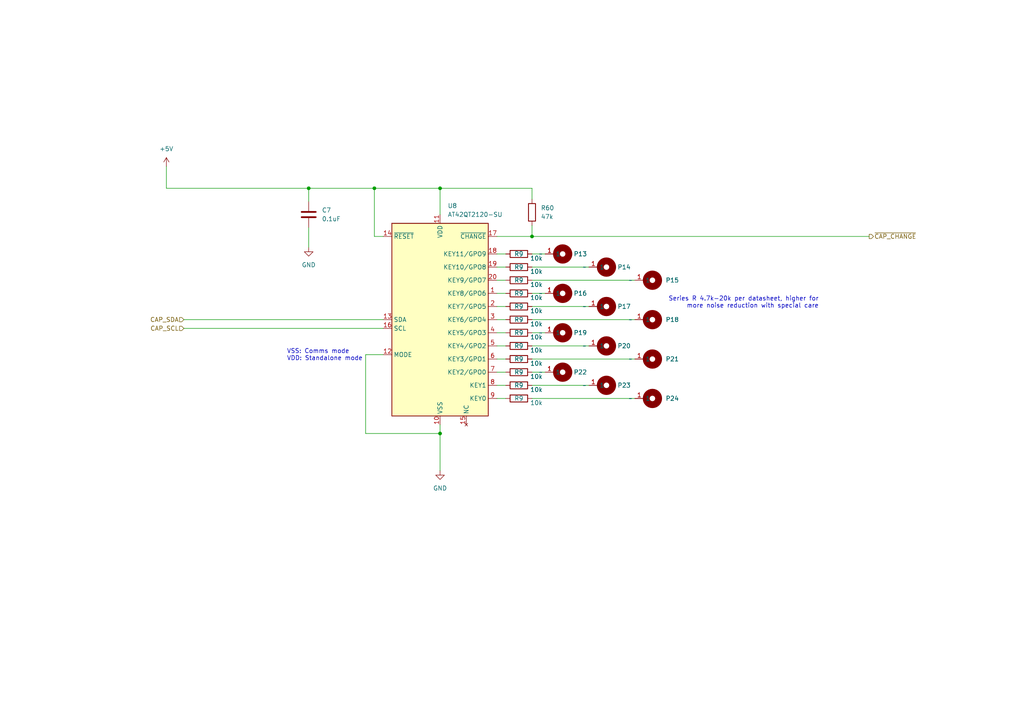
<source format=kicad_sch>
(kicad_sch (version 20230121) (generator eeschema)
  (paper "A4")
  (lib_symbols
    (symbol "Device:C" (pin_numbers hide) (pin_names (offset 0.254))
      (property "Reference" "C" (at 0.635 2.54 0))
      (property "Value" "C" (at 0.635 -2.54 0))
      (symbol "C_0_1"
        (polyline (pts (xy -2.032 -0.762) (xy 2.032 -0.762)) (stroke (width 0.508)))
        (polyline (pts (xy -2.032 0.762) (xy 2.032 0.762)) (stroke (width 0.508)))
      )
      (symbol "C_1_1"
        (pin passive line (at 0 3.81 270) (length 2.794) (name "~") (number "1"))
        (pin passive line (at 0 -3.81 90) (length 2.794) (name "~") (number "2"))
      )
    )
    (symbol "Device:R" (pin_numbers hide) (pin_names (offset 0))
      (property "Reference" "R" (at 2.032 0 90))
      (property "Value" "R" (at 0 0 90))
      (symbol "R_0_1"
        (rectangle (start -1.016 -2.54) (end 1.016 2.54) (stroke (width 0.254)))
      )
      (symbol "R_1_1"
        (pin passive line (at 0 3.81 270) (length 1.27) (name "~") (number "1"))
        (pin passive line (at 0 -3.81 90) (length 1.27) (name "~") (number "2"))
      )
    )
    (symbol "Sensor_Touch:AT42QT2120-SU"
      (property "Reference" "U" (at 10.16 38.1 0))
      (property "Value" "AT42QT2120-SU" (at 15.24 -16.51 0))
      (symbol "AT42QT2120-SU_1_1"
        (rectangle (start 13.97 40.64) (end 41.91 -15.24) (stroke (width 0.254)) (fill (type background)))
        (pin bidirectional line (at 44.45 20.32 180) (length 2.54) (name "KEY8/GPO6") (number "1"))
        (pin power_in line (at 27.94 -17.78 90) (length 2.54) (name "VSS") (number "10"))
        (pin power_in line (at 27.94 43.18 270) (length 2.54) (name "VDD") (number "11"))
        (pin input line (at 11.43 2.54 0) (length 2.54) (name "MODE") (number "12"))
        (pin bidirectional line (at 11.43 12.7 0) (length 2.54) (name "SDA") (number "13"))
        (pin input line (at 11.43 36.83 0) (length 2.54) (name "~{RESET}") (number "14"))
        (pin no_connect line (at 35.56 -17.78 90) (length 2.54) (name "NC") (number "15"))
        (pin bidirectional line (at 11.43 10.16 0) (length 2.54) (name "SCL") (number "16"))
        (pin output line (at 44.45 36.83 180) (length 2.54) (name "~{CHANGE}") (number "17"))
        (pin bidirectional line (at 44.45 31.75 180) (length 2.54) (name "KEY11/GPO9") (number "18"))
        (pin bidirectional line (at 44.45 27.94 180) (length 2.54) (name "KEY10/GPO8") (number "19"))
        (pin bidirectional line (at 44.45 16.51 180) (length 2.54) (name "KEY7/GPO5") (number "2"))
        (pin bidirectional line (at 44.45 24.13 180) (length 2.54) (name "KEY9/GPO7") (number "20"))
        (pin bidirectional line (at 44.45 12.7 180) (length 2.54) (name "KEY6/GPO4") (number "3"))
        (pin bidirectional line (at 44.45 8.89 180) (length 2.54) (name "KEY5/GPO3") (number "4"))
        (pin bidirectional line (at 44.45 5.08 180) (length 2.54) (name "KEY4/GPO2") (number "5"))
        (pin bidirectional line (at 44.45 1.27 180) (length 2.54) (name "KEY3/GPO1") (number "6"))
        (pin bidirectional line (at 44.45 -2.54 180) (length 2.54) (name "KEY2/GPO0") (number "7"))
        (pin bidirectional line (at 44.45 -6.35 180) (length 2.54) (name "KEY1") (number "8"))
        (pin bidirectional line (at 44.45 -10.16 180) (length 2.54) (name "KEY0") (number "9"))
      )
    )
    (symbol "Sensor_Touch:Single_LED_Touch_Key"
      (property "Reference" "P" (at 2.54 3.81 0))
      (symbol "Single_LED_Touch_Key_1_1"
        (circle (center 0 0) (radius 1.7961) (stroke (width 2)))
        (pin bidirectional line (at -5.08 0 0) (length 2.54) (name "1") (number "1"))
      )
    )
    (symbol "power:+5V" (power) (pin_names (offset 0))
      (property "Value" "+5V" (at 0 3.556 0))
      (symbol "+5V_0_1"
        (polyline (pts (xy -0.762 1.27) (xy 0 2.54)))
        (polyline (pts (xy 0 0) (xy 0 2.54)))
        (polyline (pts (xy 0 2.54) (xy 0.762 1.27)))
      )
      (symbol "+5V_1_1"
        (pin power_in line (at 0 0 90) (length 0) hide (name "+5V") (number "1"))
      )
    )
    (symbol "power:GND" (power) (pin_names (offset 0))
      (property "Value" "GND" (at 0 -3.81 0))
      (symbol "GND_0_1"
        (polyline (pts (xy 0 0) (xy 0 -1.27) (xy 1.27 -1.27) (xy 0 -2.54) (xy -1.27 -1.27) (xy 0 -1.27)))
      )
      (symbol "GND_1_1"
        (pin power_in line (at 0 0 270) (length 0) hide (name "GND") (number "1"))
      )
    )
  )
  (junction (at 127.635 54.61))
  (junction (at 127.635 125.73))
  (junction (at 89.535 54.61))
  (junction (at 154.305 68.58))
  (junction (at 108.585 54.61))
  (wire (pts (xy 127.635 62.23) (xy 127.635 54.61)))
  (wire (pts (xy 111.125 68.58) (xy 108.585 68.58)))
  (wire (pts (xy 154.305 107.95) (xy 158.115 107.95)))
  (wire (pts (xy 48.26 54.61) (xy 89.535 54.61)))
  (wire (pts (xy 154.305 73.66) (xy 158.115 73.66)))
  (wire (pts (xy 144.145 68.58) (xy 154.305 68.58)))
  (wire (pts (xy 154.305 115.57) (xy 184.15 115.57)))
  (wire (pts (xy 144.145 107.95) (xy 146.685 107.95)))
  (wire (pts (xy 154.305 88.9) (xy 170.815 88.9)))
  (wire (pts (xy 144.145 96.52) (xy 146.685 96.52)))
  (wire (pts (xy 154.305 65.405) (xy 154.305 68.58)))
  (wire (pts (xy 127.635 125.73) (xy 127.635 136.525)))
  (wire (pts (xy 106.045 102.87) (xy 106.045 125.73)))
  (wire (pts (xy 144.145 115.57) (xy 146.685 115.57)))
  (wire (pts (xy 154.305 81.28) (xy 184.15 81.28)))
  (wire (pts (xy 154.305 68.58) (xy 252.095 68.58)))
  (wire (pts (xy 144.145 73.66) (xy 146.685 73.66)))
  (wire (pts (xy 154.305 77.47) (xy 170.815 77.47)))
  (wire (pts (xy 144.145 104.14) (xy 146.685 104.14)))
  (wire (pts (xy 53.34 92.71) (xy 111.125 92.71)))
  (wire (pts (xy 127.635 123.19) (xy 127.635 125.73)))
  (wire (pts (xy 154.305 111.76) (xy 170.815 111.76)))
  (wire (pts (xy 108.585 54.61) (xy 127.635 54.61)))
  (wire (pts (xy 53.34 95.25) (xy 111.125 95.25)))
  (wire (pts (xy 144.145 92.71) (xy 146.685 92.71)))
  (wire (pts (xy 144.145 100.33) (xy 146.685 100.33)))
  (wire (pts (xy 144.145 111.76) (xy 146.685 111.76)))
  (wire (pts (xy 144.145 88.9) (xy 146.685 88.9)))
  (wire (pts (xy 144.145 77.47) (xy 146.685 77.47)))
  (wire (pts (xy 89.535 54.61) (xy 89.535 58.42)))
  (wire (pts (xy 154.305 85.09) (xy 158.115 85.09)))
  (wire (pts (xy 89.535 66.04) (xy 89.535 71.755)))
  (wire (pts (xy 154.305 54.61) (xy 154.305 57.785)))
  (wire (pts (xy 111.125 102.87) (xy 106.045 102.87)))
  (wire (pts (xy 144.145 85.09) (xy 146.685 85.09)))
  (wire (pts (xy 106.045 125.73) (xy 127.635 125.73)))
  (wire (pts (xy 154.305 96.52) (xy 158.115 96.52)))
  (wire (pts (xy 108.585 68.58) (xy 108.585 54.61)))
  (wire (pts (xy 154.305 100.33) (xy 170.815 100.33)))
  (wire (pts (xy 89.535 54.61) (xy 108.585 54.61)))
  (wire (pts (xy 154.305 104.14) (xy 184.15 104.14)))
  (wire (pts (xy 144.145 81.28) (xy 146.685 81.28)))
  (wire (pts (xy 127.635 54.61) (xy 154.305 54.61)))
  (wire (pts (xy 48.26 48.26) (xy 48.26 54.61)))
  (wire (pts (xy 154.305 92.71) (xy 184.15 92.71)))
  (text "Series R 4.7k-20k per datasheet, higher for\n more noise reduction with special care" (at 237.49 89.535 0) (effects (font (size 1.27 1.27)) (justify right bottom)))
  (text "VSS: Comms mode\nVDD: Standalone mode" (at 83.185 104.775 0) (effects (font (size 1.27 1.27)) (justify left bottom)))
  (hierarchical_label "CAP_SCL" (shape input) (at 53.34 95.25 180))
  (hierarchical_label "CAP_SDA" (shape input) (at 53.34 92.71 180))
  (hierarchical_label "~{CAP_CHANGE}" (shape output) (at 252.095 68.58 0))
  (symbol (lib_id "Sensor_Touch:Single_LED_Touch_Key") (at 189.23 92.71 0) (unit 1)
    (property "Reference" "P18" (at 193.04 92.71 0) (effects (justify left)))
    (property "Value" "~" (at 182.88 92.71 0))
    (property "Footprint" "Button_Switch_SMD:Cap_Touch_Ring_Cutout" (effects hide))
    (instances (project "button-board" (path "" (reference "P18") (unit 1)) (path "" (reference "P6") (unit 1)) (path "" (reference "P6") (unit 1)) (path "" (reference "P10") (unit 1))))
  )
  (symbol (lib_id "Device:R") (at 150.495 88.9 90) (unit 1)
    (property "Reference" "R9" (at 150.495 88.9 90))
    (property "Value" "10k" (at 155.575 90.17 90))
    (property "Footprint" "Resistor_SMD:R_0603_1608Metric" (effects hide))
    (property "Link" "https://www.digikey.de/en/products/detail/yageo/RC0603FR-0710KL/726880" (effects hide))
    (property "MPN" "RC0603FR-0710KL" (effects hide))
    (instances (project "button-board" (path "" (reference "R9") (unit 1)) (path "" (reference "R9") (unit 1)) (path "" (reference "R64") (unit 1)) (path "" (reference "R100") (unit 1)) (path "" (reference "R110") (unit 1))))
  )
  (symbol (lib_id "Sensor_Touch:Single_LED_Touch_Key") (at 163.195 85.09 0) (unit 1)
    (property "Reference" "P16" (at 166.37 85.09 0) (effects (justify left)))
    (property "Value" "~" (at 156.845 85.09 0))
    (property "Footprint" "Button_Switch_SMD:Cap_Touch_Ring_Cutout" (effects hide))
    (instances (project "button-board" (path "" (reference "P16") (unit 1)) (path "" (reference "P4") (unit 1)) (path "" (reference "P4") (unit 1)) (path "" (reference "P2") (unit 1))))
  )
  (symbol (lib_id "Device:R") (at 150.495 92.71 90) (unit 1)
    (property "Reference" "R9" (at 150.495 92.71 90))
    (property "Value" "10k" (at 155.575 93.98 90))
    (property "Footprint" "Resistor_SMD:R_0603_1608Metric" (effects hide))
    (property "Link" "https://www.digikey.de/en/products/detail/yageo/RC0603FR-0710KL/726880" (effects hide))
    (property "MPN" "RC0603FR-0710KL" (effects hide))
    (instances (project "button-board" (path "" (reference "R9") (unit 1)) (path "" (reference "R10") (unit 1)) (path "" (reference "R65") (unit 1)) (path "" (reference "R101") (unit 1)) (path "" (reference "R111") (unit 1))))
  )
  (symbol (lib_id "Device:R") (at 150.495 85.09 90) (unit 1)
    (property "Reference" "R9" (at 150.495 85.09 90))
    (property "Value" "10k" (at 155.575 86.36 90))
    (property "Footprint" "Resistor_SMD:R_0603_1608Metric" (effects hide))
    (property "Link" "https://www.digikey.de/en/products/detail/yageo/RC0603FR-0710KL/726880" (effects hide))
    (property "MPN" "RC0603FR-0710KL" (effects hide))
    (instances (project "button-board" (path "" (reference "R9") (unit 1)) (path "" (reference "R8") (unit 1)) (path "" (reference "R50") (unit 1)) (path "" (reference "R99") (unit 1)) (path "" (reference "R109") (unit 1))))
  )
  (symbol (lib_id "Sensor_Touch:Single_LED_Touch_Key") (at 189.23 115.57 0) (unit 1)
    (property "Reference" "P36" (at 193.04 115.57 0) (effects (justify left)))
    (property "Value" "~" (at 182.88 115.57 0))
    (property "Footprint" "Button_Switch_SMD:Cap_Touch_Ring_Medium_Bottom" (effects hide))
    (instances (project "button-board" (path "" (reference "P24") (unit 1)) (path "" (reference "P12") (unit 1)) (path "" (reference "P12") (unit 1)) (path "" (reference "P12") (unit 1))))
  )
  (symbol (lib_id "Device:R") (at 150.495 107.95 90) (unit 1)
    (property "Reference" "R9" (at 150.495 107.95 90))
    (property "Value" "10k" (at 155.575 109.22 90))
    (property "Footprint" "Resistor_SMD:R_0603_1608Metric" (effects hide))
    (property "Link" "https://www.digikey.de/en/products/detail/yageo/RC0603FR-0710KL/726880" (effects hide))
    (property "MPN" "RC0603FR-0710KL" (effects hide))
    (instances (project "button-board" (path "" (reference "R9") (unit 1)) (path "" (reference "R15") (unit 1)) (path "" (reference "R109") (unit 1)) (path "" (reference "R105") (unit 1)) (path "" (reference "R115") (unit 1))))
  )
  (symbol (lib_id "Device:C") (at 89.535 62.23 0) (unit 1)
    (property "Reference" "C7" (at 93.345 60.96 0) (effects (justify left)))
    (property "Value" "0.1uF" (at 93.345 63.5 0) (effects (justify left)))
    (property "Footprint" "Capacitor_SMD:C_0603_1608Metric" (effects hide))
    (property "Link" "https://www.digikey.de/en/products/detail/kyocera-avx/KGM15BR71H104KT/1600046" (effects hide))
    (property "MPN" "KYOCERA AVX" (effects hide))
    (instances (project "button-board" (path "" (reference "C7") (unit 1)) (path "" (reference "C11") (unit 1)) (path "" (reference "C17") (unit 1))))
  )
  (symbol (lib_id "Device:R") (at 150.495 104.14 90) (unit 1)
    (property "Reference" "R9" (at 150.495 104.14 90))
    (property "Value" "10k" (at 155.575 105.41 90))
    (property "Footprint" "Resistor_SMD:R_0603_1608Metric" (effects hide))
    (property "Link" "https://www.digikey.de/en/products/detail/yageo/RC0603FR-0710KL/726880" (effects hide))
    (property "MPN" "RC0603FR-0710KL" (effects hide))
    (instances (project "button-board" (path "" (reference "R9") (unit 1)) (path "" (reference "R14") (unit 1)) (path "" (reference "R108") (unit 1)) (path "" (reference "R104") (unit 1)) (path "" (reference "R114") (unit 1))))
  )
  (symbol (lib_id "Sensor_Touch:Single_LED_Touch_Key") (at 175.895 88.9 0) (unit 1)
    (property "Reference" "P17" (at 179.07 88.9 0) (effects (justify left)))
    (property "Value" "~" (at 169.545 88.9 0))
    (property "Footprint" "Button_Switch_SMD:Cap_Touch_Ring_Cutout" (effects hide))
    (instances (project "button-board" (path "" (reference "P17") (unit 1)) (path "" (reference "P5") (unit 1)) (path "" (reference "P5") (unit 1)) (path "" (reference "P6") (unit 1))))
  )
  (symbol (lib_id "Sensor_Touch:Single_LED_Touch_Key") (at 189.23 81.28 0) (unit 1)
    (property "Reference" "P15" (at 193.04 81.28 0) (effects (justify left)))
    (property "Value" "~" (at 182.88 81.28 0))
    (property "Footprint" "Button_Switch_SMD:Cap_Touch_Ring_Small" (effects hide))
    (instances (project "button-board" (path "" (reference "P15") (unit 1)) (path "" (reference "P3") (unit 1)) (path "" (reference "P3") (unit 1)) (path "" (reference "P9") (unit 1))))
  )
  (symbol (lib_id "Device:R") (at 150.495 73.66 90) (unit 1)
    (property "Reference" "R9" (at 150.495 73.66 90))
    (property "Value" "10k" (at 155.575 74.93 90))
    (property "Footprint" "Resistor_SMD:R_0603_1608Metric" (effects hide))
    (property "Link" "https://www.digikey.de/en/products/detail/yageo/RC0603FR-0710KL/726880" (effects hide))
    (property "MPN" "RC0603FR-0710KL" (effects hide))
    (instances (project "button-board" (path "" (reference "R9") (unit 1)) (path "" (reference "R5") (unit 1)) (path "" (reference "R1") (unit 1)) (path "" (reference "R96") (unit 1)) (path "" (reference "R106") (unit 1))))
  )
  (symbol (lib_id "Sensor_Touch:Single_LED_Touch_Key") (at 175.895 111.76 0) (unit 1)
    (property "Reference" "P23" (at 179.07 111.76 0) (effects (justify left)))
    (property "Value" "~" (at 169.545 111.76 0))
    (property "Footprint" "Button_Switch_SMD:Cap_Touch_Ring_Medium_Bottom" (effects hide))
    (instances (project "button-board" (path "" (reference "P23") (unit 1)) (path "" (reference "P11") (unit 1)) (path "" (reference "P11") (unit 1)) (path "" (reference "P8") (unit 1))))
  )
  (symbol (lib_id "Sensor_Touch:Single_LED_Touch_Key") (at 175.895 100.33 0) (unit 1)
    (property "Reference" "P20" (at 179.07 100.33 0) (effects (justify left)))
    (property "Value" "~" (at 169.545 100.33 0))
    (property "Footprint" "Button_Switch_SMD:Cap_Touch_Ring_Medium" (effects hide))
    (instances (project "button-board" (path "" (reference "P20") (unit 1)) (path "" (reference "P8") (unit 1)) (path "" (reference "P8") (unit 1)) (path "" (reference "P7") (unit 1))))
  )
  (symbol (lib_id "Device:R") (at 150.495 111.76 90) (unit 1)
    (property "Reference" "R9" (at 150.495 111.76 90))
    (property "Value" "10k" (at 155.575 113.03 90))
    (property "Footprint" "Resistor_SMD:R_0603_1608Metric" (effects hide))
    (property "Link" "https://www.digikey.de/en/products/detail/yageo/RC0603FR-0710KL/726880" (effects hide))
    (property "MPN" "RC0603FR-0710KL" (effects hide))
    (instances (project "button-board" (path "" (reference "R9") (unit 1)) (path "" (reference "R16") (unit 1)) (path "" (reference "R131") (unit 1)) (path "" (reference "R106") (unit 1)) (path "" (reference "R116") (unit 1))))
  )
  (symbol (lib_id "power:GND") (at 127.635 136.525 0) (unit 1)
    (property "Reference" "#PWR07" (effects hide))
    (property "Value" "GND" (at 127.635 141.605 0))
    (instances (project "button-board" (path "" (reference "#PWR07") (unit 1)) (path "" (reference "#PWR04") (unit 1)) (path "" (reference "#PWR030") (unit 1)) (path "" (reference "#PWR018") (unit 1))))
  )
  (symbol (lib_id "Device:R") (at 154.305 61.595 0) (unit 1)
    (property "Reference" "R60" (at 156.845 60.325 0) (effects (justify left)))
    (property "Value" "47k" (at 156.845 62.865 0) (effects (justify left)))
    (property "Footprint" "Resistor_SMD:R_0603_1608Metric" (effects hide))
    (property "Link" "https://www.digikey.de/en/products/detail/yageo/RC0603FR-0747KL/727253" (effects hide))
    (property "MPN" "RC0603FR-0747KL" (effects hide))
    (instances (project "button-board" (path "" (reference "R60") (unit 1)) (path "" (reference "R108") (unit 1)) (path "" (reference "R118") (unit 1))))
  )
  (symbol (lib_id "power:GND") (at 89.535 71.755 0) (unit 1)
    (property "Reference" "#PWR07" (effects hide))
    (property "Value" "GND" (at 89.535 76.835 0))
    (instances (project "button-board" (path "" (reference "#PWR07") (unit 1)) (path "" (reference "#PWR04") (unit 1)) (path "" (reference "#PWR041") (unit 1)) (path "" (reference "#PWR018") (unit 1))))
  )
  (symbol (lib_id "Sensor_Touch:Single_LED_Touch_Key") (at 189.23 104.14 0) (unit 1)
    (property "Reference" "P21" (at 193.04 104.14 0) (effects (justify left)))
    (property "Value" "~" (at 182.88 104.14 0))
    (property "Footprint" "Button_Switch_SMD:Cap_Touch_Ring_Medium" (effects hide))
    (instances (project "button-board" (path "" (reference "P21") (unit 1)) (path "" (reference "P9") (unit 1)) (path "" (reference "P9") (unit 1)) (path "" (reference "P11") (unit 1))))
  )
  (symbol (lib_id "Device:R") (at 150.495 81.28 90) (unit 1)
    (property "Reference" "R9" (at 150.495 81.28 90))
    (property "Value" "10k" (at 155.575 82.55 90))
    (property "Footprint" "Resistor_SMD:R_0603_1608Metric" (effects hide))
    (property "Link" "https://www.digikey.de/en/products/detail/yageo/RC0603FR-0710KL/726880" (effects hide))
    (property "MPN" "RC0603FR-0710KL" (effects hide))
    (instances (project "button-board" (path "" (reference "R9") (unit 1)) (path "" (reference "R7") (unit 1)) (path "" (reference "R49") (unit 1)) (path "" (reference "R98") (unit 1)) (path "" (reference "R108") (unit 1))))
  )
  (symbol (lib_id "Sensor_Touch:Single_LED_Touch_Key") (at 163.195 73.66 0) (unit 1)
    (property "Reference" "P13" (at 166.37 73.66 0) (effects (justify left)))
    (property "Value" "~" (at 156.845 73.66 0))
    (property "Footprint" "Button_Switch_SMD:Cap_Touch_Ring_Small" (effects hide))
    (instances (project "button-board" (path "" (reference "P13") (unit 1)) (path "" (reference "P1") (unit 1)) (path "" (reference "P1") (unit 1)) (path "" (reference "P1") (unit 1))))
  )
  (symbol (lib_id "Device:R") (at 150.495 100.33 90) (unit 1)
    (property "Reference" "R9" (at 150.495 100.33 90))
    (property "Value" "10k" (at 155.575 101.6 90))
    (property "Footprint" "Resistor_SMD:R_0603_1608Metric" (effects hide))
    (property "Link" "https://www.digikey.de/en/products/detail/yageo/RC0603FR-0710KL/726880" (effects hide))
    (property "MPN" "RC0603FR-0710KL" (effects hide))
    (instances (project "button-board" (path "" (reference "R9") (unit 1)) (path "" (reference "R12") (unit 1)) (path "" (reference "R107") (unit 1)) (path "" (reference "R103") (unit 1)) (path "" (reference "R113") (unit 1))))
  )
  (symbol (lib_id "Sensor_Touch:Single_LED_Touch_Key") (at 163.195 107.95 0) (unit 1)
    (property "Reference" "P22" (at 166.37 107.95 0) (effects (justify left)))
    (property "Value" "~" (at 156.845 107.95 0))
    (property "Footprint" "Button_Switch_SMD:Cap_Touch_Ring_Medium_Bottom" (effects hide))
    (instances (project "button-board" (path "" (reference "P22") (unit 1)) (path "" (reference "P10") (unit 1)) (path "" (reference "P10") (unit 1)) (path "" (reference "P4") (unit 1))))
  )
  (symbol (lib_id "Device:R") (at 150.495 96.52 90) (unit 1)
    (property "Reference" "R9" (at 150.495 96.52 90))
    (property "Value" "10k" (at 155.575 97.79 90))
    (property "Footprint" "Resistor_SMD:R_0603_1608Metric" (effects hide))
    (property "Link" "https://www.digikey.de/en/products/detail/yageo/RC0603FR-0710KL/726880" (effects hide))
    (property "MPN" "RC0603FR-0710KL" (effects hide))
    (instances (project "button-board" (path "" (reference "R9") (unit 1)) (path "" (reference "R11") (unit 1)) (path "" (reference "R73") (unit 1)) (path "" (reference "R102") (unit 1)) (path "" (reference "R112") (unit 1))))
  )
  (symbol (lib_id "Sensor_Touch:Single_LED_Touch_Key") (at 163.195 96.52 0) (unit 1)
    (property "Reference" "P19" (at 166.37 96.52 0) (effects (justify left)))
    (property "Value" "~" (at 156.845 96.52 0))
    (property "Footprint" "Button_Switch_SMD:Cap_Touch_Ring_Medium" (effects hide))
    (instances (project "button-board" (path "" (reference "P19") (unit 1)) (path "" (reference "P7") (unit 1)) (path "" (reference "P7") (unit 1)) (path "" (reference "P3") (unit 1))))
  )
  (symbol (lib_id "Device:R") (at 150.495 77.47 90) (unit 1)
    (property "Reference" "R9" (at 150.495 77.47 90))
    (property "Value" "10k" (at 155.575 78.74 90))
    (property "Footprint" "Resistor_SMD:R_0603_1608Metric" (effects hide))
    (property "Link" "https://www.digikey.de/en/products/detail/yageo/RC0603FR-0710KL/726880" (effects hide))
    (property "MPN" "RC0603FR-0710KL" (effects hide))
    (instances (project "button-board" (path "" (reference "R9") (unit 1)) (path "" (reference "R6") (unit 1)) (path "" (reference "R2") (unit 1)) (path "" (reference "R97") (unit 1)) (path "" (reference "R107") (unit 1))))
  )
  (symbol (lib_id "Device:R") (at 150.495 115.57 90) (unit 1)
    (property "Reference" "R9" (at 150.495 115.57 90))
    (property "Value" "10k" (at 155.575 116.84 90))
    (property "Footprint" "Resistor_SMD:R_0603_1608Metric" (effects hide))
    (property "Link" "https://www.digikey.de/en/products/detail/yageo/RC0603FR-0710KL/726880" (effects hide))
    (property "MPN" "RC0603FR-0710KL" (effects hide))
    (instances (project "button-board" (path "" (reference "R9") (unit 1)) (path "" (reference "R17") (unit 1)) (path "" (reference "R132") (unit 1)) (path "" (reference "R107") (unit 1)) (path "" (reference "R117") (unit 1))))
  )
  (symbol (lib_id "Sensor_Touch:Single_LED_Touch_Key") (at 175.895 77.47 0) (unit 1)
    (property "Reference" "P14" (at 179.07 77.47 0) (effects (justify left)))
    (property "Value" "~" (at 169.545 77.47 0))
    (property "Footprint" "Button_Switch_SMD:Cap_Touch_Ring_Small" (effects hide))
    (instances (project "button-board" (path "" (reference "P14") (unit 1)) (path "" (reference "P2") (unit 1)) (path "" (reference "P2") (unit 1)) (path "" (reference "P5") (unit 1))))
  )
  (symbol (lib_id "power:+5V") (at 48.26 48.26 0) (unit 1)
    (property "Reference" "#PWR03" (effects hide))
    (property "Value" "+5V" (at 48.26 43.18 0))
    (instances (project "button-board" (path "" (reference "#PWR03") (unit 1)) (path "" (reference "#PWR06") (unit 1)) (path "" (reference "#PWR03") (unit 1)) (path "" (reference "#PWR029") (unit 1)) (path "" (reference "#PWR017") (unit 1))))
  )
  (symbol (lib_id "Sensor_Touch:AT42QT2120-SU") (at 99.695 105.41 0) (unit 1)
    (property "Reference" "U8" (at 129.8291 59.69 0) (effects (justify left)))
    (property "Value" "AT42QT2120-SU" (at 129.8291 62.23 0) (effects (justify left)))
    (property "Footprint" "Package_SO:TSSOP-20_4.4x6.5mm_P0.65mm" (effects hide))
    (property "Link" "https://www.digikey.de/en/products/detail/microchip-technology/AT42QT2120-SU/3678689" (effects hide))
    (property "MPN" "AT42QT2120-SU" (effects hide))
    (instances (project "button-board" (path "" (reference "U8") (unit 1)) (path "" (reference "U3") (unit 1)) (path "" (reference "U2") (unit 1)) (path "" (reference "U10") (unit 1)) (path "" (reference "U9") (unit 1))))
  )
)
</source>
